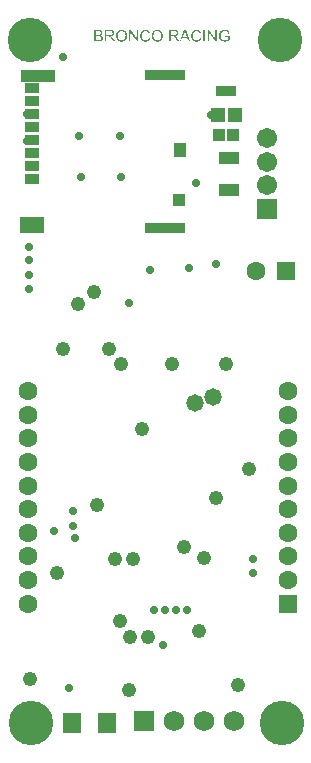
<source format=gbr>
%TF.GenerationSoftware,Altium Limited,Altium Designer,20.0.9 (164)*%
G04 Layer_Color=8388736*
%FSLAX26Y26*%
%MOIN*%
%TF.FileFunction,Soldermask,Top*%
%TF.Part,Single*%
G01*
G75*
%TA.AperFunction,SMDPad,CuDef*%
%ADD73R,0.045402X0.049339*%
%TA.AperFunction,ComponentPad*%
%ADD85R,0.063118X0.063118*%
%ADD86C,0.063118*%
%ADD87C,0.069024*%
%ADD88R,0.069024X0.069024*%
%ADD89C,0.067055*%
%ADD90R,0.067055X0.067055*%
%TA.AperFunction,ViaPad*%
%ADD91C,0.028000*%
%ADD92C,0.048000*%
%ADD93C,0.058000*%
%ADD94C,0.148000*%
%TA.AperFunction,SMDPad,CuDef*%
%ADD97R,0.063118X0.067055*%
%ADD98R,0.041465X0.043433*%
%ADD99R,0.033984X0.032409*%
%TA.AperFunction,ConnectorPad*%
%ADD100R,0.051307X0.035559*%
%ADD101R,0.118236X0.041858*%
%ADD102R,0.137921X0.035559*%
%ADD103R,0.080047X0.052882*%
%ADD104R,0.038709X0.049339*%
%ADD105R,0.044614X0.043433*%
%TA.AperFunction,SMDPad,CuDef*%
%ADD106R,0.070992X0.043433*%
G36*
X1632202Y3039655D02*
X1632607D01*
X1633106Y3039593D01*
X1633668Y3039530D01*
X1634292Y3039437D01*
X1635010Y3039312D01*
X1635758Y3039156D01*
X1636538Y3038969D01*
X1637318Y3038719D01*
X1638130Y3038439D01*
X1638972Y3038126D01*
X1639783Y3037721D01*
X1640563Y3037284D01*
X1641312Y3036754D01*
X1641343Y3036722D01*
X1641499Y3036629D01*
X1641686Y3036442D01*
X1641967Y3036223D01*
X1642279Y3035911D01*
X1642654Y3035537D01*
X1643028Y3035100D01*
X1643465Y3034632D01*
X1643933Y3034070D01*
X1644370Y3033447D01*
X1644838Y3032760D01*
X1645274Y3032043D01*
X1645711Y3031231D01*
X1646117Y3030389D01*
X1646491Y3029453D01*
X1646803Y3028486D01*
X1641811Y3027331D01*
Y3027394D01*
X1641749Y3027519D01*
X1641686Y3027737D01*
X1641562Y3028018D01*
X1641437Y3028361D01*
X1641250Y3028767D01*
X1641062Y3029203D01*
X1640813Y3029671D01*
X1640282Y3030670D01*
X1639596Y3031668D01*
X1639222Y3032136D01*
X1638816Y3032604D01*
X1638379Y3033041D01*
X1637911Y3033415D01*
X1637880Y3033447D01*
X1637786Y3033509D01*
X1637662Y3033602D01*
X1637443Y3033727D01*
X1637194Y3033852D01*
X1636913Y3034039D01*
X1636570Y3034195D01*
X1636164Y3034383D01*
X1635727Y3034570D01*
X1635259Y3034726D01*
X1634729Y3034913D01*
X1634167Y3035038D01*
X1633574Y3035162D01*
X1632919Y3035256D01*
X1632264Y3035318D01*
X1631546Y3035350D01*
X1631110D01*
X1630798Y3035318D01*
X1630423Y3035287D01*
X1629986Y3035225D01*
X1629487Y3035162D01*
X1628957Y3035100D01*
X1628395Y3034975D01*
X1627802Y3034819D01*
X1627178Y3034663D01*
X1626554Y3034445D01*
X1625930Y3034227D01*
X1625306Y3033914D01*
X1624714Y3033602D01*
X1624152Y3033228D01*
X1624121Y3033197D01*
X1624027Y3033135D01*
X1623871Y3033010D01*
X1623684Y3032854D01*
X1623434Y3032635D01*
X1623154Y3032354D01*
X1622842Y3032074D01*
X1622530Y3031731D01*
X1622186Y3031325D01*
X1621843Y3030888D01*
X1621469Y3030420D01*
X1621126Y3029921D01*
X1620814Y3029390D01*
X1620502Y3028798D01*
X1620221Y3028174D01*
X1619971Y3027519D01*
Y3027487D01*
X1619909Y3027363D01*
X1619878Y3027175D01*
X1619784Y3026894D01*
X1619690Y3026582D01*
X1619597Y3026177D01*
X1619503Y3025740D01*
X1619378Y3025241D01*
X1619254Y3024711D01*
X1619160Y3024149D01*
X1619066Y3023525D01*
X1618973Y3022901D01*
X1618848Y3021559D01*
X1618786Y3020155D01*
Y3020093D01*
Y3019937D01*
Y3019687D01*
X1618817Y3019344D01*
Y3018907D01*
X1618848Y3018408D01*
X1618910Y3017847D01*
X1618973Y3017254D01*
X1619035Y3016599D01*
X1619129Y3015912D01*
X1619378Y3014477D01*
X1619722Y3013010D01*
X1619940Y3012293D01*
X1620190Y3011575D01*
X1620221Y3011544D01*
X1620252Y3011419D01*
X1620346Y3011232D01*
X1620470Y3010983D01*
X1620626Y3010671D01*
X1620814Y3010327D01*
X1621032Y3009953D01*
X1621282Y3009516D01*
X1621562Y3009079D01*
X1621906Y3008642D01*
X1622280Y3008175D01*
X1622654Y3007738D01*
X1623091Y3007301D01*
X1623559Y3006864D01*
X1624090Y3006490D01*
X1624620Y3006115D01*
X1624651Y3006084D01*
X1624745Y3006053D01*
X1624932Y3005959D01*
X1625150Y3005834D01*
X1625431Y3005710D01*
X1625774Y3005554D01*
X1626149Y3005398D01*
X1626586Y3005242D01*
X1627054Y3005055D01*
X1627553Y3004898D01*
X1628083Y3004742D01*
X1628645Y3004618D01*
X1629238Y3004493D01*
X1629862Y3004399D01*
X1630486Y3004368D01*
X1631141Y3004337D01*
X1631328D01*
X1631546Y3004368D01*
X1631858D01*
X1632233Y3004399D01*
X1632638Y3004462D01*
X1633138Y3004555D01*
X1633637Y3004649D01*
X1634198Y3004774D01*
X1634791Y3004930D01*
X1635384Y3005117D01*
X1635977Y3005367D01*
X1636601Y3005647D01*
X1637194Y3005959D01*
X1637786Y3006334D01*
X1638348Y3006771D01*
X1638379Y3006802D01*
X1638473Y3006895D01*
X1638629Y3007020D01*
X1638816Y3007238D01*
X1639066Y3007488D01*
X1639346Y3007800D01*
X1639658Y3008175D01*
X1639970Y3008611D01*
X1640282Y3009110D01*
X1640626Y3009641D01*
X1640969Y3010234D01*
X1641312Y3010920D01*
X1641624Y3011606D01*
X1641905Y3012387D01*
X1642154Y3013229D01*
X1642373Y3014102D01*
X1647458Y3012823D01*
Y3012792D01*
X1647427Y3012761D01*
Y3012667D01*
X1647396Y3012543D01*
X1647271Y3012231D01*
X1647146Y3011794D01*
X1646959Y3011263D01*
X1646741Y3010671D01*
X1646460Y3009984D01*
X1646117Y3009267D01*
X1645774Y3008518D01*
X1645337Y3007738D01*
X1644869Y3006958D01*
X1644338Y3006146D01*
X1643746Y3005367D01*
X1643122Y3004618D01*
X1642435Y3003931D01*
X1641686Y3003276D01*
X1641624Y3003245D01*
X1641499Y3003151D01*
X1641250Y3002964D01*
X1640938Y3002777D01*
X1640532Y3002527D01*
X1640064Y3002247D01*
X1639502Y3001934D01*
X1638878Y3001654D01*
X1638161Y3001342D01*
X1637381Y3001030D01*
X1636538Y3000749D01*
X1635665Y3000499D01*
X1634698Y3000312D01*
X1633699Y3000156D01*
X1632638Y3000031D01*
X1631546Y3000000D01*
X1631266D01*
X1630954Y3000031D01*
X1630517D01*
X1629986Y3000062D01*
X1629394Y3000125D01*
X1628707Y3000218D01*
X1627958Y3000312D01*
X1627178Y3000437D01*
X1626367Y3000624D01*
X1625525Y3000811D01*
X1624682Y3001061D01*
X1623840Y3001342D01*
X1623029Y3001685D01*
X1622218Y3002059D01*
X1621469Y3002496D01*
X1621438Y3002527D01*
X1621313Y3002621D01*
X1621094Y3002777D01*
X1620845Y3002964D01*
X1620502Y3003245D01*
X1620127Y3003557D01*
X1619722Y3003931D01*
X1619285Y3004368D01*
X1618817Y3004836D01*
X1618318Y3005398D01*
X1617850Y3005990D01*
X1617350Y3006646D01*
X1616882Y3007363D01*
X1616414Y3008143D01*
X1615978Y3008954D01*
X1615572Y3009828D01*
X1615541Y3009890D01*
X1615478Y3010046D01*
X1615385Y3010296D01*
X1615260Y3010671D01*
X1615104Y3011107D01*
X1614917Y3011638D01*
X1614761Y3012231D01*
X1614574Y3012917D01*
X1614355Y3013666D01*
X1614199Y3014446D01*
X1614012Y3015319D01*
X1613856Y3016193D01*
X1613731Y3017129D01*
X1613638Y3018096D01*
X1613575Y3019095D01*
X1613544Y3020124D01*
Y3020155D01*
Y3020186D01*
Y3020280D01*
Y3020405D01*
X1613575Y3020717D01*
Y3021122D01*
X1613606Y3021653D01*
X1613669Y3022246D01*
X1613731Y3022932D01*
X1613825Y3023681D01*
X1613950Y3024461D01*
X1614106Y3025303D01*
X1614293Y3026177D01*
X1614511Y3027050D01*
X1614761Y3027955D01*
X1615073Y3028860D01*
X1615416Y3029734D01*
X1615822Y3030576D01*
X1615853Y3030639D01*
X1615915Y3030763D01*
X1616071Y3031013D01*
X1616258Y3031325D01*
X1616477Y3031668D01*
X1616758Y3032105D01*
X1617101Y3032573D01*
X1617475Y3033103D01*
X1617912Y3033634D01*
X1618411Y3034195D01*
X1618942Y3034757D01*
X1619534Y3035318D01*
X1620158Y3035880D01*
X1620814Y3036379D01*
X1621531Y3036878D01*
X1622311Y3037347D01*
X1622374Y3037378D01*
X1622498Y3037440D01*
X1622748Y3037565D01*
X1623060Y3037721D01*
X1623466Y3037877D01*
X1623934Y3038095D01*
X1624464Y3038314D01*
X1625057Y3038532D01*
X1625743Y3038751D01*
X1626461Y3038938D01*
X1627210Y3039156D01*
X1628052Y3039312D01*
X1628894Y3039468D01*
X1629768Y3039593D01*
X1630704Y3039655D01*
X1631640Y3039686D01*
X1631890D01*
X1632202Y3039655D01*
D02*
G37*
G36*
X1462349Y3039655D02*
X1462754D01*
X1463254Y3039593D01*
X1463815Y3039530D01*
X1464439Y3039437D01*
X1465157Y3039312D01*
X1465906Y3039156D01*
X1466686Y3038969D01*
X1467466Y3038719D01*
X1468277Y3038438D01*
X1469119Y3038126D01*
X1469930Y3037721D01*
X1470710Y3037284D01*
X1471459Y3036754D01*
X1471490Y3036722D01*
X1471646Y3036629D01*
X1471834Y3036442D01*
X1472114Y3036223D01*
X1472426Y3035911D01*
X1472801Y3035537D01*
X1473175Y3035100D01*
X1473612Y3034632D01*
X1474080Y3034070D01*
X1474517Y3033446D01*
X1474985Y3032760D01*
X1475422Y3032042D01*
X1475858Y3031231D01*
X1476264Y3030389D01*
X1476638Y3029453D01*
X1476950Y3028486D01*
X1471958Y3027331D01*
Y3027394D01*
X1471896Y3027518D01*
X1471834Y3027737D01*
X1471709Y3028018D01*
X1471584Y3028361D01*
X1471397Y3028766D01*
X1471210Y3029203D01*
X1470960Y3029671D01*
X1470430Y3030670D01*
X1469743Y3031668D01*
X1469369Y3032136D01*
X1468963Y3032604D01*
X1468526Y3033041D01*
X1468058Y3033415D01*
X1468027Y3033446D01*
X1467934Y3033509D01*
X1467809Y3033602D01*
X1467590Y3033727D01*
X1467341Y3033852D01*
X1467060Y3034039D01*
X1466717Y3034195D01*
X1466311Y3034382D01*
X1465874Y3034570D01*
X1465406Y3034726D01*
X1464876Y3034913D01*
X1464314Y3035038D01*
X1463722Y3035162D01*
X1463066Y3035256D01*
X1462411Y3035318D01*
X1461694Y3035350D01*
X1461257D01*
X1460945Y3035318D01*
X1460570Y3035287D01*
X1460134Y3035225D01*
X1459634Y3035162D01*
X1459104Y3035100D01*
X1458542Y3034975D01*
X1457950Y3034819D01*
X1457326Y3034663D01*
X1456702Y3034445D01*
X1456078Y3034226D01*
X1455454Y3033914D01*
X1454861Y3033602D01*
X1454299Y3033228D01*
X1454268Y3033197D01*
X1454174Y3033134D01*
X1454018Y3033010D01*
X1453831Y3032854D01*
X1453582Y3032635D01*
X1453301Y3032354D01*
X1452989Y3032074D01*
X1452677Y3031730D01*
X1452334Y3031325D01*
X1451990Y3030888D01*
X1451616Y3030420D01*
X1451273Y3029921D01*
X1450961Y3029390D01*
X1450649Y3028798D01*
X1450368Y3028174D01*
X1450118Y3027518D01*
Y3027487D01*
X1450056Y3027362D01*
X1450025Y3027175D01*
X1449931Y3026894D01*
X1449838Y3026582D01*
X1449744Y3026177D01*
X1449650Y3025740D01*
X1449526Y3025241D01*
X1449401Y3024710D01*
X1449307Y3024149D01*
X1449214Y3023525D01*
X1449120Y3022901D01*
X1448995Y3021559D01*
X1448933Y3020155D01*
Y3020093D01*
Y3019937D01*
Y3019687D01*
X1448964Y3019344D01*
Y3018907D01*
X1448995Y3018408D01*
X1449058Y3017846D01*
X1449120Y3017254D01*
X1449182Y3016598D01*
X1449276Y3015912D01*
X1449526Y3014477D01*
X1449869Y3013010D01*
X1450087Y3012293D01*
X1450337Y3011575D01*
X1450368Y3011544D01*
X1450399Y3011419D01*
X1450493Y3011232D01*
X1450618Y3010982D01*
X1450774Y3010670D01*
X1450961Y3010327D01*
X1451179Y3009953D01*
X1451429Y3009516D01*
X1451710Y3009079D01*
X1452053Y3008642D01*
X1452427Y3008174D01*
X1452802Y3007738D01*
X1453238Y3007301D01*
X1453706Y3006864D01*
X1454237Y3006490D01*
X1454767Y3006115D01*
X1454798Y3006084D01*
X1454892Y3006053D01*
X1455079Y3005959D01*
X1455298Y3005834D01*
X1455578Y3005710D01*
X1455922Y3005554D01*
X1456296Y3005398D01*
X1456733Y3005242D01*
X1457201Y3005054D01*
X1457700Y3004898D01*
X1458230Y3004742D01*
X1458792Y3004618D01*
X1459385Y3004493D01*
X1460009Y3004399D01*
X1460633Y3004368D01*
X1461288Y3004337D01*
X1461475D01*
X1461694Y3004368D01*
X1462006D01*
X1462380Y3004399D01*
X1462786Y3004462D01*
X1463285Y3004555D01*
X1463784Y3004649D01*
X1464346Y3004774D01*
X1464938Y3004930D01*
X1465531Y3005117D01*
X1466124Y3005366D01*
X1466748Y3005647D01*
X1467341Y3005959D01*
X1467934Y3006334D01*
X1468495Y3006770D01*
X1468526Y3006802D01*
X1468620Y3006895D01*
X1468776Y3007020D01*
X1468963Y3007238D01*
X1469213Y3007488D01*
X1469494Y3007800D01*
X1469806Y3008174D01*
X1470118Y3008611D01*
X1470430Y3009110D01*
X1470773Y3009641D01*
X1471116Y3010234D01*
X1471459Y3010920D01*
X1471771Y3011606D01*
X1472052Y3012386D01*
X1472302Y3013229D01*
X1472520Y3014102D01*
X1477606Y3012823D01*
Y3012792D01*
X1477574Y3012761D01*
Y3012667D01*
X1477543Y3012542D01*
X1477418Y3012230D01*
X1477294Y3011794D01*
X1477106Y3011263D01*
X1476888Y3010670D01*
X1476607Y3009984D01*
X1476264Y3009266D01*
X1475921Y3008518D01*
X1475484Y3007738D01*
X1475016Y3006958D01*
X1474486Y3006146D01*
X1473893Y3005366D01*
X1473269Y3004618D01*
X1472582Y3003931D01*
X1471834Y3003276D01*
X1471771Y3003245D01*
X1471646Y3003151D01*
X1471397Y3002964D01*
X1471085Y3002777D01*
X1470679Y3002527D01*
X1470211Y3002246D01*
X1469650Y3001934D01*
X1469026Y3001654D01*
X1468308Y3001342D01*
X1467528Y3001030D01*
X1466686Y3000749D01*
X1465812Y3000499D01*
X1464845Y3000312D01*
X1463846Y3000156D01*
X1462786Y3000031D01*
X1461694Y3000000D01*
X1461413D01*
X1461101Y3000031D01*
X1460664D01*
X1460134Y3000062D01*
X1459541Y3000125D01*
X1458854Y3000218D01*
X1458106Y3000312D01*
X1457326Y3000437D01*
X1456514Y3000624D01*
X1455672Y3000811D01*
X1454830Y3001061D01*
X1453987Y3001342D01*
X1453176Y3001685D01*
X1452365Y3002059D01*
X1451616Y3002496D01*
X1451585Y3002527D01*
X1451460Y3002621D01*
X1451242Y3002777D01*
X1450992Y3002964D01*
X1450649Y3003245D01*
X1450274Y3003557D01*
X1449869Y3003931D01*
X1449432Y3004368D01*
X1448964Y3004836D01*
X1448465Y3005398D01*
X1447997Y3005990D01*
X1447498Y3006646D01*
X1447030Y3007363D01*
X1446562Y3008143D01*
X1446125Y3008954D01*
X1445719Y3009828D01*
X1445688Y3009890D01*
X1445626Y3010046D01*
X1445532Y3010296D01*
X1445407Y3010670D01*
X1445251Y3011107D01*
X1445064Y3011638D01*
X1444908Y3012230D01*
X1444721Y3012917D01*
X1444502Y3013666D01*
X1444346Y3014446D01*
X1444159Y3015319D01*
X1444003Y3016193D01*
X1443878Y3017129D01*
X1443785Y3018096D01*
X1443722Y3019094D01*
X1443691Y3020124D01*
Y3020155D01*
Y3020186D01*
Y3020280D01*
Y3020405D01*
X1443722Y3020717D01*
Y3021122D01*
X1443754Y3021653D01*
X1443816Y3022246D01*
X1443878Y3022932D01*
X1443972Y3023681D01*
X1444097Y3024461D01*
X1444253Y3025303D01*
X1444440Y3026177D01*
X1444658Y3027050D01*
X1444908Y3027955D01*
X1445220Y3028860D01*
X1445563Y3029734D01*
X1445969Y3030576D01*
X1446000Y3030638D01*
X1446062Y3030763D01*
X1446218Y3031013D01*
X1446406Y3031325D01*
X1446624Y3031668D01*
X1446905Y3032105D01*
X1447248Y3032573D01*
X1447622Y3033103D01*
X1448059Y3033634D01*
X1448558Y3034195D01*
X1449089Y3034757D01*
X1449682Y3035318D01*
X1450306Y3035880D01*
X1450961Y3036379D01*
X1451678Y3036878D01*
X1452458Y3037346D01*
X1452521Y3037378D01*
X1452646Y3037440D01*
X1452895Y3037565D01*
X1453207Y3037721D01*
X1453613Y3037877D01*
X1454081Y3038095D01*
X1454611Y3038314D01*
X1455204Y3038532D01*
X1455890Y3038750D01*
X1456608Y3038938D01*
X1457357Y3039156D01*
X1458199Y3039312D01*
X1459042Y3039468D01*
X1459915Y3039593D01*
X1460851Y3039655D01*
X1461787Y3039686D01*
X1462037D01*
X1462349Y3039655D01*
D02*
G37*
G36*
X1725989Y3039655D02*
X1726332D01*
X1726769Y3039624D01*
X1727268Y3039562D01*
X1727798Y3039530D01*
X1728360Y3039437D01*
X1728953Y3039343D01*
X1730232Y3039094D01*
X1731542Y3038782D01*
X1732198Y3038563D01*
X1732822Y3038314D01*
X1732853D01*
X1732978Y3038251D01*
X1733134Y3038189D01*
X1733383Y3038064D01*
X1733664Y3037939D01*
X1733976Y3037752D01*
X1734350Y3037565D01*
X1734756Y3037347D01*
X1735598Y3036816D01*
X1736472Y3036161D01*
X1737314Y3035412D01*
X1737720Y3035006D01*
X1738094Y3034570D01*
X1738126Y3034539D01*
X1738188Y3034445D01*
X1738282Y3034320D01*
X1738406Y3034133D01*
X1738562Y3033883D01*
X1738750Y3033602D01*
X1738968Y3033259D01*
X1739186Y3032885D01*
X1739405Y3032448D01*
X1739654Y3031980D01*
X1739873Y3031450D01*
X1740122Y3030888D01*
X1740372Y3030295D01*
X1740590Y3029671D01*
X1740809Y3028985D01*
X1740996Y3028267D01*
X1736441Y3027019D01*
Y3027050D01*
X1736410Y3027144D01*
X1736347Y3027300D01*
X1736285Y3027519D01*
X1736191Y3027737D01*
X1736098Y3028049D01*
X1735973Y3028361D01*
X1735848Y3028704D01*
X1735536Y3029422D01*
X1735162Y3030202D01*
X1734756Y3030950D01*
X1734288Y3031637D01*
Y3031668D01*
X1734226Y3031699D01*
X1734163Y3031793D01*
X1734038Y3031918D01*
X1733758Y3032230D01*
X1733352Y3032604D01*
X1732822Y3033041D01*
X1732198Y3033478D01*
X1731449Y3033914D01*
X1730606Y3034320D01*
X1730575D01*
X1730513Y3034351D01*
X1730357Y3034414D01*
X1730201Y3034476D01*
X1729982Y3034570D01*
X1729702Y3034632D01*
X1729390Y3034726D01*
X1729046Y3034851D01*
X1728672Y3034944D01*
X1728266Y3035038D01*
X1727362Y3035194D01*
X1726363Y3035318D01*
X1725302Y3035350D01*
X1724710D01*
X1724429Y3035318D01*
X1724054Y3035287D01*
X1723680Y3035256D01*
X1723243Y3035225D01*
X1722276Y3035100D01*
X1721278Y3034913D01*
X1720248Y3034632D01*
X1719250Y3034289D01*
X1719218D01*
X1719125Y3034227D01*
X1719000Y3034195D01*
X1718844Y3034102D01*
X1718626Y3033977D01*
X1718376Y3033852D01*
X1717783Y3033540D01*
X1717128Y3033135D01*
X1716473Y3032666D01*
X1715786Y3032105D01*
X1715162Y3031481D01*
X1715131Y3031450D01*
X1715100Y3031419D01*
X1715006Y3031325D01*
X1714913Y3031169D01*
X1714788Y3031013D01*
X1714632Y3030826D01*
X1714289Y3030358D01*
X1713883Y3029796D01*
X1713478Y3029141D01*
X1713103Y3028454D01*
X1712760Y3027675D01*
Y3027643D01*
X1712698Y3027519D01*
X1712635Y3027331D01*
X1712542Y3027050D01*
X1712417Y3026738D01*
X1712292Y3026333D01*
X1712167Y3025896D01*
X1712042Y3025366D01*
X1711886Y3024835D01*
X1711762Y3024242D01*
X1711637Y3023587D01*
X1711512Y3022932D01*
X1711418Y3022215D01*
X1711356Y3021497D01*
X1711325Y3020748D01*
X1711294Y3019968D01*
Y3019906D01*
Y3019750D01*
Y3019469D01*
X1711325Y3019126D01*
X1711356Y3018658D01*
X1711387Y3018159D01*
X1711450Y3017597D01*
X1711512Y3016973D01*
X1711606Y3016287D01*
X1711730Y3015600D01*
X1712042Y3014165D01*
X1712230Y3013447D01*
X1712479Y3012730D01*
X1712729Y3012012D01*
X1713041Y3011357D01*
X1713072Y3011326D01*
X1713134Y3011201D01*
X1713228Y3011045D01*
X1713384Y3010795D01*
X1713571Y3010515D01*
X1713790Y3010171D01*
X1714039Y3009828D01*
X1714351Y3009423D01*
X1714694Y3009017D01*
X1715069Y3008611D01*
X1715506Y3008175D01*
X1715974Y3007738D01*
X1716473Y3007332D01*
X1717003Y3006958D01*
X1717565Y3006583D01*
X1718189Y3006240D01*
X1718220Y3006209D01*
X1718345Y3006178D01*
X1718532Y3006084D01*
X1718782Y3005990D01*
X1719094Y3005866D01*
X1719468Y3005710D01*
X1719905Y3005554D01*
X1720373Y3005429D01*
X1720872Y3005273D01*
X1721434Y3005117D01*
X1722026Y3004961D01*
X1722650Y3004836D01*
X1723992Y3004649D01*
X1724678Y3004618D01*
X1725396Y3004586D01*
X1725708D01*
X1725958Y3004618D01*
X1726270D01*
X1726613Y3004649D01*
X1727018Y3004680D01*
X1727455Y3004742D01*
X1727923Y3004805D01*
X1728422Y3004898D01*
X1729514Y3005117D01*
X1730638Y3005429D01*
X1731823Y3005834D01*
X1731854Y3005866D01*
X1731948Y3005897D01*
X1732135Y3005959D01*
X1732354Y3006053D01*
X1732603Y3006178D01*
X1732915Y3006302D01*
X1733258Y3006490D01*
X1733602Y3006646D01*
X1734382Y3007051D01*
X1735193Y3007519D01*
X1735942Y3008019D01*
X1736316Y3008268D01*
X1736628Y3008549D01*
Y3015694D01*
X1725302D01*
Y3020218D01*
X1741589D01*
Y3005959D01*
X1741558Y3005928D01*
X1741433Y3005834D01*
X1741214Y3005678D01*
X1740934Y3005460D01*
X1740590Y3005242D01*
X1740185Y3004930D01*
X1739717Y3004618D01*
X1739218Y3004306D01*
X1738625Y3003931D01*
X1738032Y3003557D01*
X1737408Y3003182D01*
X1736722Y3002839D01*
X1735286Y3002122D01*
X1734569Y3001810D01*
X1733820Y3001498D01*
X1733789Y3001466D01*
X1733633Y3001435D01*
X1733414Y3001373D01*
X1733134Y3001279D01*
X1732759Y3001155D01*
X1732354Y3001030D01*
X1731854Y3000905D01*
X1731324Y3000749D01*
X1730731Y3000624D01*
X1730107Y3000468D01*
X1729421Y3000343D01*
X1728703Y3000250D01*
X1727237Y3000062D01*
X1726457Y3000031D01*
X1725677Y3000000D01*
X1725427D01*
X1725115Y3000031D01*
X1724710D01*
X1724210Y3000062D01*
X1723649Y3000125D01*
X1722994Y3000187D01*
X1722276Y3000312D01*
X1721496Y3000437D01*
X1720654Y3000593D01*
X1719811Y3000780D01*
X1718938Y3001030D01*
X1718033Y3001279D01*
X1717159Y3001622D01*
X1716254Y3001966D01*
X1715381Y3002403D01*
X1715318Y3002434D01*
X1715194Y3002527D01*
X1714944Y3002652D01*
X1714632Y3002870D01*
X1714226Y3003120D01*
X1713790Y3003401D01*
X1713290Y3003775D01*
X1712791Y3004181D01*
X1712230Y3004649D01*
X1711637Y3005179D01*
X1711075Y3005741D01*
X1710482Y3006365D01*
X1709921Y3007051D01*
X1709359Y3007769D01*
X1708860Y3008549D01*
X1708392Y3009391D01*
X1708361Y3009454D01*
X1708298Y3009610D01*
X1708174Y3009859D01*
X1708018Y3010202D01*
X1707862Y3010639D01*
X1707643Y3011139D01*
X1707456Y3011731D01*
X1707238Y3012387D01*
X1707019Y3013135D01*
X1706801Y3013915D01*
X1706582Y3014758D01*
X1706426Y3015662D01*
X1706270Y3016599D01*
X1706146Y3017597D01*
X1706083Y3018595D01*
X1706052Y3019656D01*
Y3019687D01*
Y3019718D01*
Y3019906D01*
X1706083Y3020218D01*
Y3020592D01*
X1706114Y3021091D01*
X1706177Y3021684D01*
X1706239Y3022339D01*
X1706333Y3023057D01*
X1706458Y3023837D01*
X1706614Y3024648D01*
X1706801Y3025522D01*
X1707050Y3026395D01*
X1707300Y3027331D01*
X1707612Y3028236D01*
X1707986Y3029172D01*
X1708392Y3030077D01*
X1708423Y3030139D01*
X1708517Y3030295D01*
X1708642Y3030545D01*
X1708829Y3030888D01*
X1709078Y3031294D01*
X1709359Y3031731D01*
X1709702Y3032261D01*
X1710108Y3032823D01*
X1710576Y3033384D01*
X1711075Y3033977D01*
X1711606Y3034601D01*
X1712230Y3035194D01*
X1712885Y3035755D01*
X1713571Y3036317D01*
X1714320Y3036847D01*
X1715131Y3037315D01*
X1715194Y3037347D01*
X1715318Y3037409D01*
X1715568Y3037534D01*
X1715911Y3037690D01*
X1716317Y3037877D01*
X1716816Y3038064D01*
X1717409Y3038282D01*
X1718064Y3038501D01*
X1718750Y3038719D01*
X1719530Y3038938D01*
X1720373Y3039125D01*
X1721278Y3039312D01*
X1722214Y3039468D01*
X1723181Y3039593D01*
X1724210Y3039655D01*
X1725271Y3039686D01*
X1725677D01*
X1725989Y3039655D01*
D02*
G37*
G36*
X1698814Y3000655D02*
X1693603D01*
X1673448Y3030794D01*
Y3000655D01*
X1668581D01*
Y3039062D01*
X1673760D01*
X1693946Y3008892D01*
Y3039062D01*
X1698814D01*
Y3000655D01*
D02*
G37*
G36*
X1436609Y3000655D02*
X1431398D01*
X1411243Y3030794D01*
Y3000655D01*
X1406376D01*
Y3039062D01*
X1411555D01*
X1431742Y3008892D01*
Y3039062D01*
X1436609D01*
Y3000655D01*
D02*
G37*
G36*
X1659658Y3000655D02*
X1654572D01*
Y3039062D01*
X1659658D01*
Y3000655D01*
D02*
G37*
G36*
X1610892D02*
X1605120D01*
X1600658Y3012293D01*
X1584590D01*
X1580378Y3000655D01*
X1575012Y3000655D01*
X1589707Y3039062D01*
X1595230D01*
X1610892Y3000655D01*
D02*
G37*
G36*
X1558850Y3039031D02*
X1559318Y3039000D01*
X1559880Y3038969D01*
X1560473Y3038938D01*
X1561721Y3038813D01*
X1563000Y3038626D01*
X1563624Y3038501D01*
X1564248Y3038345D01*
X1564810Y3038189D01*
X1565340Y3038002D01*
X1565371D01*
X1565465Y3037939D01*
X1565590Y3037877D01*
X1565777Y3037814D01*
X1566026Y3037690D01*
X1566276Y3037534D01*
X1566869Y3037159D01*
X1567212Y3036941D01*
X1567555Y3036660D01*
X1567930Y3036348D01*
X1568273Y3036036D01*
X1568616Y3035662D01*
X1568990Y3035256D01*
X1569302Y3034819D01*
X1569614Y3034351D01*
X1569646Y3034320D01*
X1569677Y3034226D01*
X1569770Y3034102D01*
X1569864Y3033883D01*
X1569989Y3033634D01*
X1570114Y3033353D01*
X1570270Y3033010D01*
X1570426Y3032635D01*
X1570582Y3032230D01*
X1570738Y3031793D01*
X1570987Y3030826D01*
X1571174Y3029734D01*
X1571206Y3029172D01*
X1571237Y3028579D01*
Y3028548D01*
Y3028392D01*
X1571206Y3028174D01*
Y3027893D01*
X1571143Y3027550D01*
X1571112Y3027144D01*
X1571018Y3026676D01*
X1570894Y3026177D01*
X1570769Y3025646D01*
X1570582Y3025116D01*
X1570363Y3024523D01*
X1570114Y3023962D01*
X1569802Y3023369D01*
X1569458Y3022776D01*
X1569053Y3022214D01*
X1568585Y3021684D01*
X1568554Y3021653D01*
X1568460Y3021559D01*
X1568304Y3021434D01*
X1568086Y3021247D01*
X1567805Y3020998D01*
X1567462Y3020748D01*
X1567056Y3020467D01*
X1566557Y3020186D01*
X1566026Y3019874D01*
X1565434Y3019594D01*
X1564747Y3019282D01*
X1564030Y3019001D01*
X1563218Y3018720D01*
X1562345Y3018502D01*
X1561409Y3018283D01*
X1560410Y3018127D01*
X1560442D01*
X1560504Y3018096D01*
X1560598Y3018034D01*
X1560754Y3017971D01*
X1561097Y3017753D01*
X1561565Y3017503D01*
X1562064Y3017222D01*
X1562563Y3016879D01*
X1563031Y3016536D01*
X1563468Y3016193D01*
X1563499Y3016162D01*
X1563562Y3016099D01*
X1563686Y3015974D01*
X1563842Y3015818D01*
X1564061Y3015631D01*
X1564279Y3015382D01*
X1564560Y3015101D01*
X1564841Y3014789D01*
X1565153Y3014446D01*
X1565496Y3014071D01*
X1565839Y3013634D01*
X1566182Y3013198D01*
X1566931Y3012199D01*
X1567680Y3011107D01*
X1574326Y3000655D01*
X1567992D01*
X1562906Y3008642D01*
X1562875Y3008674D01*
X1562813Y3008798D01*
X1562688Y3008986D01*
X1562532Y3009204D01*
X1562345Y3009485D01*
X1562126Y3009828D01*
X1561877Y3010202D01*
X1561627Y3010577D01*
X1561034Y3011450D01*
X1560410Y3012324D01*
X1559818Y3013166D01*
X1559506Y3013541D01*
X1559225Y3013915D01*
Y3013946D01*
X1559162Y3014009D01*
X1559100Y3014102D01*
X1558975Y3014227D01*
X1558726Y3014539D01*
X1558351Y3014914D01*
X1557977Y3015350D01*
X1557540Y3015787D01*
X1557072Y3016162D01*
X1556635Y3016474D01*
X1556573Y3016505D01*
X1556448Y3016598D01*
X1556230Y3016723D01*
X1555918Y3016879D01*
X1555574Y3017066D01*
X1555200Y3017254D01*
X1554794Y3017410D01*
X1554358Y3017534D01*
X1554326D01*
X1554202Y3017566D01*
X1553983Y3017597D01*
X1553671Y3017628D01*
X1553297Y3017659D01*
X1552798Y3017690D01*
X1552205Y3017722D01*
X1545653D01*
Y3000655D01*
X1540567D01*
Y3039062D01*
X1558414D01*
X1558850Y3039031D01*
D02*
G37*
G36*
X1344350D02*
X1344818Y3039000D01*
X1345380Y3038969D01*
X1345973Y3038938D01*
X1347221Y3038813D01*
X1348500Y3038626D01*
X1349124Y3038501D01*
X1349748Y3038345D01*
X1350310Y3038189D01*
X1350840Y3038002D01*
X1350871D01*
X1350965Y3037939D01*
X1351090Y3037877D01*
X1351277Y3037814D01*
X1351526Y3037690D01*
X1351776Y3037534D01*
X1352369Y3037159D01*
X1352712Y3036941D01*
X1353055Y3036660D01*
X1353430Y3036348D01*
X1353773Y3036036D01*
X1354116Y3035662D01*
X1354490Y3035256D01*
X1354802Y3034819D01*
X1355114Y3034351D01*
X1355146Y3034320D01*
X1355177Y3034226D01*
X1355270Y3034102D01*
X1355364Y3033883D01*
X1355489Y3033634D01*
X1355614Y3033353D01*
X1355770Y3033010D01*
X1355926Y3032635D01*
X1356082Y3032230D01*
X1356238Y3031793D01*
X1356487Y3030826D01*
X1356674Y3029734D01*
X1356706Y3029172D01*
X1356737Y3028579D01*
Y3028548D01*
Y3028392D01*
X1356706Y3028174D01*
Y3027893D01*
X1356643Y3027550D01*
X1356612Y3027144D01*
X1356518Y3026676D01*
X1356394Y3026177D01*
X1356269Y3025646D01*
X1356082Y3025116D01*
X1355863Y3024523D01*
X1355614Y3023962D01*
X1355302Y3023369D01*
X1354958Y3022776D01*
X1354553Y3022214D01*
X1354085Y3021684D01*
X1354054Y3021653D01*
X1353960Y3021559D01*
X1353804Y3021434D01*
X1353586Y3021247D01*
X1353305Y3020998D01*
X1352962Y3020748D01*
X1352556Y3020467D01*
X1352057Y3020186D01*
X1351526Y3019874D01*
X1350934Y3019594D01*
X1350247Y3019282D01*
X1349530Y3019001D01*
X1348718Y3018720D01*
X1347845Y3018502D01*
X1346909Y3018283D01*
X1345910Y3018127D01*
X1345942D01*
X1346004Y3018096D01*
X1346098Y3018034D01*
X1346254Y3017971D01*
X1346597Y3017753D01*
X1347065Y3017503D01*
X1347564Y3017222D01*
X1348063Y3016879D01*
X1348531Y3016536D01*
X1348968Y3016193D01*
X1348999Y3016162D01*
X1349062Y3016099D01*
X1349186Y3015974D01*
X1349342Y3015818D01*
X1349561Y3015631D01*
X1349779Y3015382D01*
X1350060Y3015101D01*
X1350341Y3014789D01*
X1350653Y3014446D01*
X1350996Y3014071D01*
X1351339Y3013634D01*
X1351682Y3013198D01*
X1352431Y3012199D01*
X1353180Y3011107D01*
X1359826Y3000655D01*
X1353492D01*
X1348406Y3008642D01*
X1348375Y3008674D01*
X1348313Y3008798D01*
X1348188Y3008986D01*
X1348032Y3009204D01*
X1347845Y3009485D01*
X1347626Y3009828D01*
X1347377Y3010202D01*
X1347127Y3010577D01*
X1346534Y3011450D01*
X1345910Y3012324D01*
X1345318Y3013166D01*
X1345006Y3013541D01*
X1344725Y3013915D01*
Y3013946D01*
X1344662Y3014009D01*
X1344600Y3014102D01*
X1344475Y3014227D01*
X1344226Y3014539D01*
X1343851Y3014914D01*
X1343477Y3015350D01*
X1343040Y3015787D01*
X1342572Y3016162D01*
X1342135Y3016474D01*
X1342073Y3016505D01*
X1341948Y3016598D01*
X1341730Y3016723D01*
X1341418Y3016879D01*
X1341074Y3017066D01*
X1340700Y3017254D01*
X1340294Y3017410D01*
X1339858Y3017534D01*
X1339826D01*
X1339702Y3017566D01*
X1339483Y3017597D01*
X1339171Y3017628D01*
X1338797Y3017659D01*
X1338298Y3017690D01*
X1337705Y3017722D01*
X1331153D01*
Y3000655D01*
X1326067D01*
Y3039062D01*
X1343914D01*
X1344350Y3039031D01*
D02*
G37*
G36*
X1305101D02*
X1305475D01*
X1305912Y3039000D01*
X1306380Y3038969D01*
X1306910Y3038906D01*
X1308034Y3038782D01*
X1309219Y3038563D01*
X1310374Y3038282D01*
X1310904Y3038095D01*
X1311434Y3037877D01*
X1311466D01*
X1311559Y3037814D01*
X1311684Y3037752D01*
X1311871Y3037658D01*
X1312090Y3037534D01*
X1312339Y3037378D01*
X1312963Y3037003D01*
X1313618Y3036504D01*
X1314305Y3035880D01*
X1314991Y3035131D01*
X1315584Y3034289D01*
X1315615Y3034258D01*
X1315646Y3034195D01*
X1315740Y3034039D01*
X1315834Y3033883D01*
X1315927Y3033634D01*
X1316083Y3033384D01*
X1316208Y3033072D01*
X1316364Y3032729D01*
X1316645Y3031980D01*
X1316863Y3031106D01*
X1317050Y3030170D01*
X1317082Y3029702D01*
X1317113Y3029203D01*
Y3029172D01*
Y3029110D01*
Y3028954D01*
X1317082Y3028798D01*
Y3028579D01*
X1317050Y3028298D01*
X1316988Y3028018D01*
X1316957Y3027706D01*
X1316801Y3026988D01*
X1316551Y3026208D01*
X1316208Y3025397D01*
X1316021Y3024960D01*
X1315771Y3024554D01*
Y3024523D01*
X1315709Y3024461D01*
X1315615Y3024336D01*
X1315522Y3024180D01*
X1315366Y3024024D01*
X1315210Y3023806D01*
X1314991Y3023556D01*
X1314773Y3023306D01*
X1314492Y3023026D01*
X1314211Y3022745D01*
X1313868Y3022464D01*
X1313494Y3022152D01*
X1313119Y3021871D01*
X1312682Y3021590D01*
X1312246Y3021310D01*
X1311746Y3021060D01*
X1311778D01*
X1311902Y3020998D01*
X1312090Y3020935D01*
X1312308Y3020873D01*
X1312620Y3020748D01*
X1312932Y3020592D01*
X1313306Y3020436D01*
X1313712Y3020249D01*
X1314586Y3019750D01*
X1315022Y3019469D01*
X1315459Y3019157D01*
X1315896Y3018814D01*
X1316302Y3018439D01*
X1316707Y3018002D01*
X1317082Y3017566D01*
X1317113Y3017534D01*
X1317175Y3017441D01*
X1317269Y3017316D01*
X1317394Y3017129D01*
X1317518Y3016879D01*
X1317674Y3016598D01*
X1317862Y3016286D01*
X1318049Y3015912D01*
X1318205Y3015506D01*
X1318392Y3015070D01*
X1318548Y3014602D01*
X1318704Y3014071D01*
X1318798Y3013541D01*
X1318891Y3012979D01*
X1318954Y3012386D01*
X1318985Y3011762D01*
Y3011731D01*
Y3011638D01*
Y3011513D01*
X1318954Y3011294D01*
Y3011076D01*
X1318922Y3010795D01*
X1318891Y3010452D01*
X1318829Y3010109D01*
X1318704Y3009329D01*
X1318486Y3008486D01*
X1318205Y3007613D01*
X1317830Y3006739D01*
Y3006708D01*
X1317768Y3006646D01*
X1317706Y3006521D01*
X1317612Y3006365D01*
X1317518Y3006178D01*
X1317362Y3005959D01*
X1317050Y3005429D01*
X1316645Y3004867D01*
X1316146Y3004274D01*
X1315584Y3003682D01*
X1314991Y3003182D01*
X1314960D01*
X1314929Y3003120D01*
X1314835Y3003058D01*
X1314679Y3002964D01*
X1314523Y3002870D01*
X1314336Y3002746D01*
X1314118Y3002621D01*
X1313837Y3002465D01*
X1313244Y3002184D01*
X1312526Y3001841D01*
X1311715Y3001560D01*
X1310810Y3001279D01*
X1310779D01*
X1310686Y3001248D01*
X1310561Y3001217D01*
X1310374Y3001186D01*
X1310124Y3001123D01*
X1309812Y3001092D01*
X1309469Y3001030D01*
X1309094Y3000967D01*
X1308658Y3000905D01*
X1308190Y3000842D01*
X1307690Y3000811D01*
X1307129Y3000749D01*
X1306567Y3000718D01*
X1305943Y3000686D01*
X1304633Y3000655D01*
X1290000D01*
Y3039062D01*
X1304820D01*
X1305101Y3039031D01*
D02*
G37*
G36*
X1501224Y3039718D02*
X1501598D01*
X1502066Y3039686D01*
X1502597Y3039624D01*
X1503221Y3039530D01*
X1503876Y3039437D01*
X1504594Y3039281D01*
X1505374Y3039125D01*
X1506154Y3038906D01*
X1506965Y3038657D01*
X1507807Y3038376D01*
X1508650Y3038033D01*
X1509461Y3037627D01*
X1510272Y3037190D01*
X1510334Y3037159D01*
X1510459Y3037066D01*
X1510678Y3036941D01*
X1510990Y3036722D01*
X1511333Y3036473D01*
X1511738Y3036161D01*
X1512206Y3035786D01*
X1512706Y3035350D01*
X1513205Y3034882D01*
X1513735Y3034351D01*
X1514297Y3033758D01*
X1514827Y3033134D01*
X1515358Y3032448D01*
X1515857Y3031730D01*
X1516356Y3030950D01*
X1516793Y3030108D01*
X1516824Y3030046D01*
X1516886Y3029890D01*
X1517011Y3029640D01*
X1517136Y3029297D01*
X1517323Y3028891D01*
X1517510Y3028361D01*
X1517698Y3027768D01*
X1517916Y3027113D01*
X1518134Y3026364D01*
X1518322Y3025584D01*
X1518509Y3024742D01*
X1518696Y3023837D01*
X1518821Y3022870D01*
X1518946Y3021871D01*
X1519008Y3020842D01*
X1519039Y3019781D01*
Y3019750D01*
Y3019718D01*
Y3019625D01*
Y3019531D01*
Y3019219D01*
X1519008Y3018814D01*
X1518977Y3018283D01*
X1518914Y3017690D01*
X1518852Y3017035D01*
X1518758Y3016286D01*
X1518634Y3015506D01*
X1518446Y3014664D01*
X1518259Y3013790D01*
X1518041Y3012917D01*
X1517760Y3012012D01*
X1517448Y3011107D01*
X1517074Y3010202D01*
X1516668Y3009329D01*
X1516637Y3009266D01*
X1516543Y3009142D01*
X1516418Y3008892D01*
X1516231Y3008580D01*
X1515982Y3008206D01*
X1515701Y3007769D01*
X1515326Y3007270D01*
X1514952Y3006739D01*
X1514484Y3006178D01*
X1513985Y3005616D01*
X1513423Y3005023D01*
X1512830Y3004462D01*
X1512175Y3003900D01*
X1511489Y3003338D01*
X1510740Y3002839D01*
X1509960Y3002371D01*
X1509898Y3002340D01*
X1509773Y3002278D01*
X1509523Y3002153D01*
X1509211Y3001997D01*
X1508806Y3001810D01*
X1508338Y3001622D01*
X1507807Y3001404D01*
X1507183Y3001186D01*
X1506528Y3000967D01*
X1505810Y3000749D01*
X1505030Y3000562D01*
X1504219Y3000374D01*
X1503377Y3000218D01*
X1502503Y3000094D01*
X1501598Y3000031D01*
X1500662Y3000000D01*
X1500413D01*
X1500132Y3000031D01*
X1499758D01*
X1499258Y3000094D01*
X1498728Y3000125D01*
X1498104Y3000218D01*
X1497418Y3000312D01*
X1496669Y3000468D01*
X1495920Y3000624D01*
X1495109Y3000842D01*
X1494266Y3001092D01*
X1493455Y3001404D01*
X1492613Y3001747D01*
X1491770Y3002122D01*
X1490959Y3002590D01*
X1490897Y3002621D01*
X1490772Y3002714D01*
X1490554Y3002870D01*
X1490273Y3003058D01*
X1489898Y3003338D01*
X1489493Y3003650D01*
X1489056Y3004025D01*
X1488557Y3004462D01*
X1488058Y3004961D01*
X1487527Y3005491D01*
X1486997Y3006084D01*
X1486435Y3006708D01*
X1485905Y3007394D01*
X1485406Y3008143D01*
X1484938Y3008923D01*
X1484501Y3009734D01*
X1484470Y3009797D01*
X1484407Y3009953D01*
X1484314Y3010202D01*
X1484158Y3010514D01*
X1484002Y3010951D01*
X1483814Y3011450D01*
X1483627Y3012012D01*
X1483409Y3012636D01*
X1483222Y3013322D01*
X1483003Y3014071D01*
X1482816Y3014882D01*
X1482660Y3015725D01*
X1482504Y3016567D01*
X1482410Y3017472D01*
X1482348Y3018408D01*
X1482317Y3019344D01*
Y3019375D01*
Y3019469D01*
Y3019594D01*
Y3019781D01*
X1482348Y3019999D01*
Y3020280D01*
X1482379Y3020561D01*
X1482410Y3020935D01*
X1482442Y3021310D01*
X1482473Y3021746D01*
X1482598Y3022651D01*
X1482754Y3023681D01*
X1482972Y3024804D01*
X1483222Y3025990D01*
X1483565Y3027206D01*
X1483970Y3028454D01*
X1484470Y3029702D01*
X1485062Y3030919D01*
X1485749Y3032136D01*
X1486529Y3033259D01*
X1487434Y3034320D01*
X1487465Y3034351D01*
X1487496Y3034382D01*
X1487683Y3034570D01*
X1487964Y3034819D01*
X1488370Y3035162D01*
X1488869Y3035568D01*
X1489493Y3036036D01*
X1490210Y3036535D01*
X1491022Y3037034D01*
X1491926Y3037534D01*
X1492925Y3038033D01*
X1494017Y3038501D01*
X1495202Y3038906D01*
X1496450Y3039250D01*
X1497792Y3039530D01*
X1499196Y3039686D01*
X1499945Y3039749D01*
X1500943D01*
X1501224Y3039718D01*
D02*
G37*
G36*
X1382071D02*
X1382446D01*
X1382914Y3039686D01*
X1383444Y3039624D01*
X1384068Y3039530D01*
X1384723Y3039437D01*
X1385441Y3039281D01*
X1386221Y3039125D01*
X1387001Y3038906D01*
X1387812Y3038657D01*
X1388654Y3038376D01*
X1389497Y3038033D01*
X1390308Y3037627D01*
X1391119Y3037190D01*
X1391182Y3037159D01*
X1391306Y3037066D01*
X1391525Y3036941D01*
X1391837Y3036722D01*
X1392180Y3036473D01*
X1392586Y3036161D01*
X1393054Y3035786D01*
X1393553Y3035350D01*
X1394052Y3034882D01*
X1394582Y3034351D01*
X1395144Y3033758D01*
X1395674Y3033134D01*
X1396205Y3032448D01*
X1396704Y3031730D01*
X1397203Y3030950D01*
X1397640Y3030108D01*
X1397671Y3030046D01*
X1397734Y3029890D01*
X1397858Y3029640D01*
X1397983Y3029297D01*
X1398170Y3028891D01*
X1398358Y3028361D01*
X1398545Y3027768D01*
X1398763Y3027113D01*
X1398982Y3026364D01*
X1399169Y3025584D01*
X1399356Y3024742D01*
X1399543Y3023837D01*
X1399668Y3022870D01*
X1399793Y3021871D01*
X1399855Y3020842D01*
X1399886Y3019781D01*
Y3019750D01*
Y3019718D01*
Y3019625D01*
Y3019531D01*
Y3019219D01*
X1399855Y3018814D01*
X1399824Y3018283D01*
X1399762Y3017690D01*
X1399699Y3017035D01*
X1399606Y3016286D01*
X1399481Y3015506D01*
X1399294Y3014664D01*
X1399106Y3013790D01*
X1398888Y3012917D01*
X1398607Y3012012D01*
X1398295Y3011107D01*
X1397921Y3010202D01*
X1397515Y3009329D01*
X1397484Y3009266D01*
X1397390Y3009142D01*
X1397266Y3008892D01*
X1397078Y3008580D01*
X1396829Y3008206D01*
X1396548Y3007769D01*
X1396174Y3007270D01*
X1395799Y3006739D01*
X1395331Y3006178D01*
X1394832Y3005616D01*
X1394270Y3005023D01*
X1393678Y3004462D01*
X1393022Y3003900D01*
X1392336Y3003338D01*
X1391587Y3002839D01*
X1390807Y3002371D01*
X1390745Y3002340D01*
X1390620Y3002278D01*
X1390370Y3002153D01*
X1390058Y3001997D01*
X1389653Y3001810D01*
X1389185Y3001622D01*
X1388654Y3001404D01*
X1388030Y3001186D01*
X1387375Y3000967D01*
X1386658Y3000749D01*
X1385878Y3000562D01*
X1385066Y3000374D01*
X1384224Y3000218D01*
X1383350Y3000094D01*
X1382446Y3000031D01*
X1381510Y3000000D01*
X1381260D01*
X1380979Y3000031D01*
X1380605D01*
X1380106Y3000094D01*
X1379575Y3000125D01*
X1378951Y3000218D01*
X1378265Y3000312D01*
X1377516Y3000468D01*
X1376767Y3000624D01*
X1375956Y3000842D01*
X1375114Y3001092D01*
X1374302Y3001404D01*
X1373460Y3001747D01*
X1372618Y3002122D01*
X1371806Y3002590D01*
X1371744Y3002621D01*
X1371619Y3002714D01*
X1371401Y3002870D01*
X1371120Y3003058D01*
X1370746Y3003338D01*
X1370340Y3003650D01*
X1369903Y3004025D01*
X1369404Y3004462D01*
X1368905Y3004961D01*
X1368374Y3005491D01*
X1367844Y3006084D01*
X1367282Y3006708D01*
X1366752Y3007394D01*
X1366253Y3008143D01*
X1365785Y3008923D01*
X1365348Y3009734D01*
X1365317Y3009797D01*
X1365254Y3009953D01*
X1365161Y3010202D01*
X1365005Y3010514D01*
X1364849Y3010951D01*
X1364662Y3011450D01*
X1364474Y3012012D01*
X1364256Y3012636D01*
X1364069Y3013322D01*
X1363850Y3014071D01*
X1363663Y3014882D01*
X1363507Y3015725D01*
X1363351Y3016567D01*
X1363258Y3017472D01*
X1363195Y3018408D01*
X1363164Y3019344D01*
Y3019375D01*
Y3019469D01*
Y3019594D01*
Y3019781D01*
X1363195Y3019999D01*
Y3020280D01*
X1363226Y3020561D01*
X1363258Y3020935D01*
X1363289Y3021310D01*
X1363320Y3021746D01*
X1363445Y3022651D01*
X1363601Y3023681D01*
X1363819Y3024804D01*
X1364069Y3025990D01*
X1364412Y3027206D01*
X1364818Y3028454D01*
X1365317Y3029702D01*
X1365910Y3030919D01*
X1366596Y3032136D01*
X1367376Y3033259D01*
X1368281Y3034320D01*
X1368312Y3034351D01*
X1368343Y3034382D01*
X1368530Y3034570D01*
X1368811Y3034819D01*
X1369217Y3035162D01*
X1369716Y3035568D01*
X1370340Y3036036D01*
X1371058Y3036535D01*
X1371869Y3037034D01*
X1372774Y3037534D01*
X1373772Y3038033D01*
X1374864Y3038501D01*
X1376050Y3038906D01*
X1377298Y3039250D01*
X1378639Y3039530D01*
X1380043Y3039686D01*
X1380792Y3039749D01*
X1381790D01*
X1382071Y3039718D01*
D02*
G37*
%LPC*%
G36*
X1592328Y3035038D02*
Y3035006D01*
X1592297Y3034882D01*
X1592266Y3034663D01*
X1592203Y3034414D01*
X1592110Y3034070D01*
X1592016Y3033665D01*
X1591922Y3033228D01*
X1591798Y3032729D01*
X1591642Y3032198D01*
X1591486Y3031606D01*
X1591330Y3031013D01*
X1591142Y3030358D01*
X1590737Y3029047D01*
X1590269Y3027675D01*
X1586026Y3016443D01*
X1599067D01*
X1595074Y3027050D01*
X1595042Y3027113D01*
X1594980Y3027269D01*
X1594886Y3027519D01*
X1594762Y3027862D01*
X1594606Y3028267D01*
X1594450Y3028735D01*
X1594262Y3029297D01*
X1594044Y3029858D01*
X1593826Y3030483D01*
X1593607Y3031138D01*
X1593139Y3032448D01*
X1592702Y3033790D01*
X1592515Y3034445D01*
X1592328Y3035038D01*
D02*
G37*
G36*
X1557790Y3034819D02*
X1545653D01*
Y3022121D01*
X1557134D01*
X1557415Y3022152D01*
X1557758D01*
X1558133Y3022183D01*
X1558538Y3022214D01*
X1559412Y3022308D01*
X1560317Y3022433D01*
X1561190Y3022589D01*
X1561596Y3022714D01*
X1561970Y3022838D01*
X1562002D01*
X1562064Y3022870D01*
X1562158Y3022901D01*
X1562282Y3022963D01*
X1562657Y3023150D01*
X1563094Y3023400D01*
X1563562Y3023712D01*
X1564061Y3024118D01*
X1564529Y3024586D01*
X1564966Y3025116D01*
Y3025147D01*
X1564997Y3025178D01*
X1565059Y3025272D01*
X1565122Y3025397D01*
X1565278Y3025709D01*
X1565496Y3026146D01*
X1565683Y3026676D01*
X1565839Y3027238D01*
X1565964Y3027893D01*
X1565995Y3028579D01*
Y3028610D01*
Y3028704D01*
Y3028829D01*
X1565964Y3029047D01*
X1565933Y3029266D01*
X1565902Y3029546D01*
X1565839Y3029827D01*
X1565746Y3030170D01*
X1565496Y3030857D01*
X1565340Y3031231D01*
X1565153Y3031606D01*
X1564934Y3031980D01*
X1564654Y3032354D01*
X1564342Y3032698D01*
X1563998Y3033041D01*
X1563967Y3033072D01*
X1563905Y3033103D01*
X1563780Y3033197D01*
X1563624Y3033322D01*
X1563406Y3033446D01*
X1563156Y3033602D01*
X1562844Y3033758D01*
X1562501Y3033946D01*
X1562064Y3034102D01*
X1561627Y3034258D01*
X1561097Y3034414D01*
X1560566Y3034538D01*
X1559942Y3034663D01*
X1559287Y3034757D01*
X1558570Y3034788D01*
X1557790Y3034819D01*
D02*
G37*
G36*
X1343290D02*
X1331153D01*
Y3022121D01*
X1342634D01*
X1342915Y3022152D01*
X1343258D01*
X1343633Y3022183D01*
X1344038Y3022214D01*
X1344912Y3022308D01*
X1345817Y3022433D01*
X1346690Y3022589D01*
X1347096Y3022714D01*
X1347470Y3022838D01*
X1347502D01*
X1347564Y3022870D01*
X1347658Y3022901D01*
X1347782Y3022963D01*
X1348157Y3023150D01*
X1348594Y3023400D01*
X1349062Y3023712D01*
X1349561Y3024118D01*
X1350029Y3024586D01*
X1350466Y3025116D01*
Y3025147D01*
X1350497Y3025178D01*
X1350559Y3025272D01*
X1350622Y3025397D01*
X1350778Y3025709D01*
X1350996Y3026146D01*
X1351183Y3026676D01*
X1351339Y3027238D01*
X1351464Y3027893D01*
X1351495Y3028579D01*
Y3028610D01*
Y3028704D01*
Y3028829D01*
X1351464Y3029047D01*
X1351433Y3029266D01*
X1351402Y3029546D01*
X1351339Y3029827D01*
X1351246Y3030170D01*
X1350996Y3030857D01*
X1350840Y3031231D01*
X1350653Y3031606D01*
X1350434Y3031980D01*
X1350154Y3032354D01*
X1349842Y3032698D01*
X1349498Y3033041D01*
X1349467Y3033072D01*
X1349405Y3033103D01*
X1349280Y3033197D01*
X1349124Y3033322D01*
X1348906Y3033446D01*
X1348656Y3033602D01*
X1348344Y3033758D01*
X1348001Y3033946D01*
X1347564Y3034102D01*
X1347127Y3034258D01*
X1346597Y3034414D01*
X1346066Y3034538D01*
X1345442Y3034663D01*
X1344787Y3034757D01*
X1344070Y3034788D01*
X1343290Y3034819D01*
D02*
G37*
G36*
X1303478Y3034538D02*
X1295086D01*
Y3022901D01*
X1304196D01*
X1304508Y3022932D01*
X1304851D01*
X1305226Y3022963D01*
X1306037Y3022994D01*
X1306848Y3023088D01*
X1307597Y3023182D01*
X1307940Y3023275D01*
X1308221Y3023338D01*
X1308252D01*
X1308314Y3023369D01*
X1308408Y3023400D01*
X1308533Y3023462D01*
X1308876Y3023587D01*
X1309313Y3023774D01*
X1309781Y3024055D01*
X1310249Y3024367D01*
X1310717Y3024773D01*
X1311122Y3025241D01*
Y3025272D01*
X1311154Y3025303D01*
X1311278Y3025490D01*
X1311434Y3025771D01*
X1311622Y3026177D01*
X1311809Y3026645D01*
X1311965Y3027238D01*
X1312090Y3027893D01*
X1312121Y3028610D01*
Y3028642D01*
Y3028704D01*
Y3028798D01*
Y3028922D01*
X1312058Y3029297D01*
X1311996Y3029765D01*
X1311902Y3030295D01*
X1311715Y3030857D01*
X1311497Y3031418D01*
X1311185Y3031980D01*
Y3032011D01*
X1311154Y3032042D01*
X1311029Y3032230D01*
X1310810Y3032479D01*
X1310530Y3032791D01*
X1310155Y3033103D01*
X1309687Y3033446D01*
X1309157Y3033727D01*
X1308564Y3033977D01*
X1308533D01*
X1308470Y3034008D01*
X1308377Y3034039D01*
X1308252Y3034070D01*
X1308034Y3034102D01*
X1307815Y3034164D01*
X1307534Y3034195D01*
X1307191Y3034258D01*
X1306817Y3034320D01*
X1306411Y3034351D01*
X1305912Y3034414D01*
X1305382Y3034445D01*
X1304820Y3034476D01*
X1304165Y3034507D01*
X1303478Y3034538D01*
D02*
G37*
G36*
X1304602Y3018377D02*
X1295086D01*
Y3005179D01*
X1305475D01*
X1306006Y3005210D01*
X1306567D01*
X1307129Y3005242D01*
X1307659Y3005273D01*
X1307909Y3005304D01*
X1308096Y3005335D01*
X1308127D01*
X1308190Y3005366D01*
X1308252D01*
X1308377Y3005398D01*
X1308720Y3005460D01*
X1309126Y3005585D01*
X1309594Y3005710D01*
X1310062Y3005897D01*
X1310561Y3006115D01*
X1311029Y3006365D01*
X1311091Y3006396D01*
X1311216Y3006490D01*
X1311434Y3006677D01*
X1311715Y3006926D01*
X1312027Y3007207D01*
X1312339Y3007582D01*
X1312651Y3008018D01*
X1312963Y3008518D01*
Y3008549D01*
X1312994Y3008580D01*
X1313088Y3008767D01*
X1313213Y3009048D01*
X1313369Y3009454D01*
X1313494Y3009922D01*
X1313618Y3010483D01*
X1313712Y3011107D01*
X1313743Y3011762D01*
Y3011794D01*
Y3011856D01*
Y3011981D01*
X1313712Y3012137D01*
Y3012324D01*
X1313681Y3012542D01*
X1313618Y3013042D01*
X1313462Y3013603D01*
X1313275Y3014227D01*
X1312994Y3014882D01*
X1312620Y3015475D01*
Y3015506D01*
X1312558Y3015538D01*
X1312402Y3015725D01*
X1312152Y3016006D01*
X1311809Y3016349D01*
X1311372Y3016723D01*
X1310842Y3017098D01*
X1310218Y3017441D01*
X1309531Y3017722D01*
X1309500D01*
X1309438Y3017753D01*
X1309344Y3017784D01*
X1309188Y3017815D01*
X1308970Y3017878D01*
X1308720Y3017940D01*
X1308439Y3018002D01*
X1308096Y3018065D01*
X1307722Y3018096D01*
X1307316Y3018158D01*
X1306848Y3018221D01*
X1306349Y3018283D01*
X1305818Y3018314D01*
X1305226Y3018346D01*
X1304602Y3018377D01*
D02*
G37*
G36*
X1500725Y3035381D02*
X1500475D01*
X1500194Y3035350D01*
X1499820Y3035318D01*
X1499352Y3035256D01*
X1498822Y3035194D01*
X1498198Y3035069D01*
X1497542Y3034913D01*
X1496825Y3034726D01*
X1496076Y3034476D01*
X1495327Y3034164D01*
X1494516Y3033821D01*
X1493736Y3033384D01*
X1492956Y3032885D01*
X1492176Y3032323D01*
X1491427Y3031668D01*
X1491396Y3031637D01*
X1491271Y3031481D01*
X1491084Y3031262D01*
X1490834Y3030950D01*
X1490522Y3030545D01*
X1490210Y3030046D01*
X1489867Y3029422D01*
X1489493Y3028735D01*
X1489118Y3027924D01*
X1488775Y3027019D01*
X1488463Y3025990D01*
X1488151Y3024866D01*
X1487902Y3023650D01*
X1487714Y3022308D01*
X1487590Y3020842D01*
X1487558Y3019282D01*
Y3019250D01*
Y3019188D01*
Y3019094D01*
Y3018970D01*
Y3018814D01*
X1487590Y3018626D01*
X1487621Y3018127D01*
X1487683Y3017534D01*
X1487746Y3016879D01*
X1487870Y3016130D01*
X1488026Y3015319D01*
X1488214Y3014446D01*
X1488463Y3013541D01*
X1488775Y3012636D01*
X1489118Y3011731D01*
X1489555Y3010826D01*
X1490054Y3009953D01*
X1490616Y3009110D01*
X1491271Y3008330D01*
X1491302Y3008299D01*
X1491458Y3008174D01*
X1491646Y3007956D01*
X1491958Y3007706D01*
X1492301Y3007394D01*
X1492738Y3007082D01*
X1493268Y3006708D01*
X1493861Y3006334D01*
X1494485Y3005959D01*
X1495202Y3005616D01*
X1495982Y3005273D01*
X1496794Y3004961D01*
X1497698Y3004711D01*
X1498603Y3004524D01*
X1499602Y3004368D01*
X1500631Y3004337D01*
X1500881D01*
X1501193Y3004368D01*
X1501598Y3004399D01*
X1502066Y3004462D01*
X1502659Y3004555D01*
X1503283Y3004680D01*
X1503970Y3004836D01*
X1504687Y3005054D01*
X1505467Y3005335D01*
X1506247Y3005647D01*
X1507027Y3006022D01*
X1507838Y3006490D01*
X1508618Y3007020D01*
X1509367Y3007644D01*
X1510085Y3008362D01*
X1510116Y3008424D01*
X1510241Y3008549D01*
X1510428Y3008798D01*
X1510678Y3009110D01*
X1510958Y3009516D01*
X1511270Y3010015D01*
X1511582Y3010608D01*
X1511957Y3011294D01*
X1512300Y3012074D01*
X1512612Y3012917D01*
X1512924Y3013853D01*
X1513205Y3014882D01*
X1513454Y3016006D01*
X1513642Y3017191D01*
X1513766Y3018470D01*
X1513798Y3019812D01*
Y3019874D01*
Y3020030D01*
Y3020280D01*
X1513766Y3020592D01*
X1513735Y3020998D01*
X1513704Y3021497D01*
X1513673Y3022027D01*
X1513610Y3022620D01*
X1513517Y3023244D01*
X1513423Y3023899D01*
X1513142Y3025272D01*
X1512955Y3025958D01*
X1512737Y3026676D01*
X1512487Y3027362D01*
X1512206Y3028018D01*
X1512175Y3028049D01*
X1512144Y3028174D01*
X1512050Y3028361D01*
X1511926Y3028610D01*
X1511738Y3028891D01*
X1511551Y3029234D01*
X1511302Y3029609D01*
X1511021Y3030014D01*
X1510709Y3030451D01*
X1510366Y3030888D01*
X1509991Y3031325D01*
X1509586Y3031793D01*
X1509118Y3032230D01*
X1508650Y3032666D01*
X1508119Y3033072D01*
X1507558Y3033446D01*
X1507526Y3033478D01*
X1507433Y3033540D01*
X1507246Y3033634D01*
X1507027Y3033758D01*
X1506746Y3033883D01*
X1506403Y3034070D01*
X1505998Y3034226D01*
X1505561Y3034414D01*
X1505062Y3034601D01*
X1504531Y3034757D01*
X1503970Y3034944D01*
X1503377Y3035069D01*
X1502753Y3035194D01*
X1502098Y3035287D01*
X1501411Y3035350D01*
X1500725Y3035381D01*
D02*
G37*
G36*
X1381572D02*
X1381322D01*
X1381042Y3035350D01*
X1380667Y3035318D01*
X1380199Y3035256D01*
X1379669Y3035194D01*
X1379045Y3035069D01*
X1378390Y3034913D01*
X1377672Y3034726D01*
X1376923Y3034476D01*
X1376174Y3034164D01*
X1375363Y3033821D01*
X1374583Y3033384D01*
X1373803Y3032885D01*
X1373023Y3032323D01*
X1372274Y3031668D01*
X1372243Y3031637D01*
X1372118Y3031481D01*
X1371931Y3031262D01*
X1371682Y3030950D01*
X1371370Y3030545D01*
X1371058Y3030046D01*
X1370714Y3029422D01*
X1370340Y3028735D01*
X1369966Y3027924D01*
X1369622Y3027019D01*
X1369310Y3025990D01*
X1368998Y3024866D01*
X1368749Y3023650D01*
X1368562Y3022308D01*
X1368437Y3020842D01*
X1368406Y3019282D01*
Y3019250D01*
Y3019188D01*
Y3019094D01*
Y3018970D01*
Y3018814D01*
X1368437Y3018626D01*
X1368468Y3018127D01*
X1368530Y3017534D01*
X1368593Y3016879D01*
X1368718Y3016130D01*
X1368874Y3015319D01*
X1369061Y3014446D01*
X1369310Y3013541D01*
X1369622Y3012636D01*
X1369966Y3011731D01*
X1370402Y3010826D01*
X1370902Y3009953D01*
X1371463Y3009110D01*
X1372118Y3008330D01*
X1372150Y3008299D01*
X1372306Y3008174D01*
X1372493Y3007956D01*
X1372805Y3007706D01*
X1373148Y3007394D01*
X1373585Y3007082D01*
X1374115Y3006708D01*
X1374708Y3006334D01*
X1375332Y3005959D01*
X1376050Y3005616D01*
X1376830Y3005273D01*
X1377641Y3004961D01*
X1378546Y3004711D01*
X1379450Y3004524D01*
X1380449Y3004368D01*
X1381478Y3004337D01*
X1381728D01*
X1382040Y3004368D01*
X1382446Y3004399D01*
X1382914Y3004462D01*
X1383506Y3004555D01*
X1384130Y3004680D01*
X1384817Y3004836D01*
X1385534Y3005054D01*
X1386314Y3005335D01*
X1387094Y3005647D01*
X1387874Y3006022D01*
X1388686Y3006490D01*
X1389466Y3007020D01*
X1390214Y3007644D01*
X1390932Y3008362D01*
X1390963Y3008424D01*
X1391088Y3008549D01*
X1391275Y3008798D01*
X1391525Y3009110D01*
X1391806Y3009516D01*
X1392118Y3010015D01*
X1392430Y3010608D01*
X1392804Y3011294D01*
X1393147Y3012074D01*
X1393459Y3012917D01*
X1393771Y3013853D01*
X1394052Y3014882D01*
X1394302Y3016006D01*
X1394489Y3017191D01*
X1394614Y3018470D01*
X1394645Y3019812D01*
Y3019874D01*
Y3020030D01*
Y3020280D01*
X1394614Y3020592D01*
X1394582Y3020998D01*
X1394551Y3021497D01*
X1394520Y3022027D01*
X1394458Y3022620D01*
X1394364Y3023244D01*
X1394270Y3023899D01*
X1393990Y3025272D01*
X1393802Y3025958D01*
X1393584Y3026676D01*
X1393334Y3027362D01*
X1393054Y3028018D01*
X1393022Y3028049D01*
X1392991Y3028174D01*
X1392898Y3028361D01*
X1392773Y3028610D01*
X1392586Y3028891D01*
X1392398Y3029234D01*
X1392149Y3029609D01*
X1391868Y3030014D01*
X1391556Y3030451D01*
X1391213Y3030888D01*
X1390838Y3031325D01*
X1390433Y3031793D01*
X1389965Y3032230D01*
X1389497Y3032666D01*
X1388966Y3033072D01*
X1388405Y3033446D01*
X1388374Y3033478D01*
X1388280Y3033540D01*
X1388093Y3033634D01*
X1387874Y3033758D01*
X1387594Y3033883D01*
X1387250Y3034070D01*
X1386845Y3034226D01*
X1386408Y3034414D01*
X1385909Y3034601D01*
X1385378Y3034757D01*
X1384817Y3034944D01*
X1384224Y3035069D01*
X1383600Y3035194D01*
X1382945Y3035287D01*
X1382258Y3035350D01*
X1381572Y3035381D01*
D02*
G37*
%LPD*%
D73*
X1701457Y2755000D02*
D03*
X1758543D02*
D03*
D85*
X1930000Y2235000D02*
D03*
X1935000Y1126339D02*
D03*
D86*
X1830000Y2235000D02*
D03*
X1068858Y1126339D02*
D03*
Y1205079D02*
D03*
Y1283819D02*
D03*
Y1362559D02*
D03*
Y1441299D02*
D03*
Y1520039D02*
D03*
Y1598780D02*
D03*
Y1677520D02*
D03*
Y1756260D02*
D03*
Y1835000D02*
D03*
X1935000D02*
D03*
Y1756260D02*
D03*
Y1677520D02*
D03*
Y1598780D02*
D03*
Y1520039D02*
D03*
Y1441299D02*
D03*
Y1362559D02*
D03*
Y1283819D02*
D03*
Y1205079D02*
D03*
D87*
X1755000Y735000D02*
D03*
X1655000D02*
D03*
X1555000D02*
D03*
D88*
X1455000D02*
D03*
D89*
X1865000Y2679032D02*
D03*
Y2521551D02*
D03*
Y2600291D02*
D03*
D90*
Y2442811D02*
D03*
D91*
X1065000Y2760000D02*
D03*
Y2670000D02*
D03*
X1185000Y2950000D02*
D03*
X1520000Y990000D02*
D03*
X1205000Y845000D02*
D03*
X1820000Y1230000D02*
D03*
Y1275000D02*
D03*
X1155000Y1370000D02*
D03*
X1225000Y1345000D02*
D03*
X1220000Y1385000D02*
D03*
X1218910Y1436090D02*
D03*
X1490000Y1105000D02*
D03*
X1525000D02*
D03*
X1600000D02*
D03*
X1564552Y1105448D02*
D03*
X1680000Y2755000D02*
D03*
X1605000Y2245000D02*
D03*
X1475000Y2240000D02*
D03*
X1405000Y2130000D02*
D03*
X1072064Y2273000D02*
D03*
Y2221667D02*
D03*
Y2315000D02*
D03*
X1245000Y2550000D02*
D03*
X1380000D02*
D03*
X1375000Y2685000D02*
D03*
X1240000D02*
D03*
X1072064Y2175000D02*
D03*
X1695000Y2260000D02*
D03*
X1630000Y2530000D02*
D03*
D92*
X1300000Y1455000D02*
D03*
X1165000Y1230000D02*
D03*
X1640834Y1035834D02*
D03*
X1695000Y1480000D02*
D03*
X1420000Y1275000D02*
D03*
X1380000Y1925000D02*
D03*
X1730000D02*
D03*
X1360000Y1275000D02*
D03*
X1375000Y1070000D02*
D03*
X1340000Y1975000D02*
D03*
X1185000D02*
D03*
X1290000Y2165000D02*
D03*
X1235000Y2125000D02*
D03*
X1550591Y1925000D02*
D03*
X1075000Y875000D02*
D03*
X1805000Y1575000D02*
D03*
X1770000Y855000D02*
D03*
X1655000Y1280000D02*
D03*
X1590000Y1315000D02*
D03*
X1410000Y1015000D02*
D03*
X1405000Y840000D02*
D03*
X1470000Y1015000D02*
D03*
X1450000Y1710000D02*
D03*
D93*
X1685000Y1815000D02*
D03*
X1625000Y1795000D02*
D03*
D94*
X1910000Y3005000D02*
D03*
X1075000D02*
D03*
X1080000Y730000D02*
D03*
X1915000D02*
D03*
D97*
X1215945D02*
D03*
X1334055D02*
D03*
D98*
X1752638Y2690000D02*
D03*
X1707362D02*
D03*
D99*
X1747323Y2835000D02*
D03*
X1712677D02*
D03*
D100*
X1083150Y2844449D02*
D03*
Y2801142D02*
D03*
Y2757835D02*
D03*
Y2714528D02*
D03*
Y2671220D02*
D03*
Y2627914D02*
D03*
Y2584606D02*
D03*
Y2541299D02*
D03*
D101*
X1102835Y2886969D02*
D03*
D102*
X1527244Y2890118D02*
D03*
Y2379882D02*
D03*
D103*
X1083740Y2388543D02*
D03*
D104*
X1576850Y2638740D02*
D03*
D105*
X1573898Y2470827D02*
D03*
D106*
X1740000Y2506850D02*
D03*
Y2613150D02*
D03*
%TF.MD5,853ccc969ed9397dc6334ff4855057ed*%
M02*

</source>
